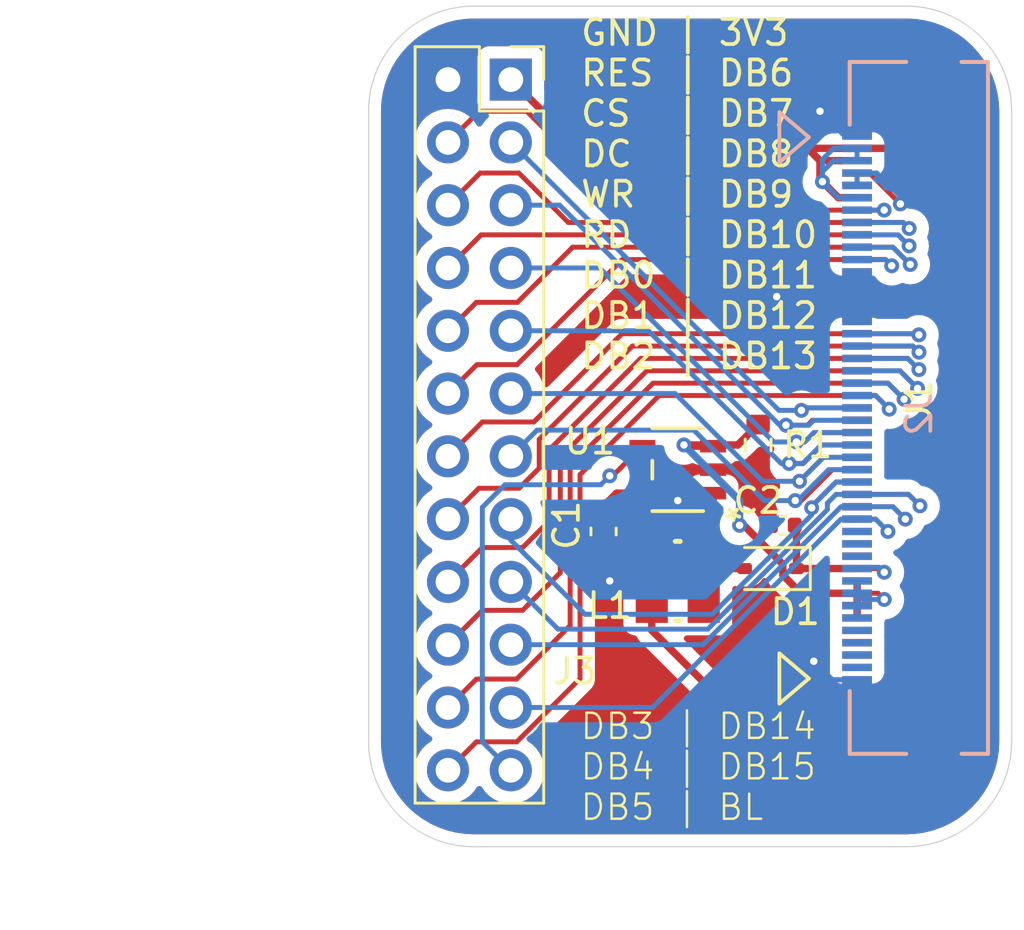
<source format=kicad_pcb>
(kicad_pcb (version 20241229) (generator "pcbnew") (generator_version "9.0")
  (layers (0 "F.Cu" signal) (2 "B.Cu" signal) (13 "F.Paste" user) (15 "B.Paste" user) (5 "F.SilkS" user "F.Silkscreen") (7 "B.SilkS" user "B.Silkscreen") (1 "F.Mask" user) (3 "B.Mask" user) (25 "Edge.Cuts" user))
  (net 0 "")
  (net 1 "GND")
  (net 2 "+3.3V")
  (net 3 "DISP_LEDA")
  (net 4 "DISP_LEDK")
  (net 5 "DISP_RES")
  (net 6 "DISP_DB3")
  (net 7 "DISP_DB10")
  (net 8 "DISP_WR")
  (net 9 "DISP_DB2")
  (net 10 "DISP_DB12")
  (net 11 "DISP_DB9")
  (net 12 "DISP_CS")
  (net 13 "DISP_DB4")
  (net 14 "DISP_DB5")
  (net 15 "DISP_DB6")
  (net 16 "DISP_DB11")
  (net 17 "DISP_DB14")
  (net 18 "DISP_DB8")
  (net 19 "DISP_DB1")
  (net 20 "DISP_DB15")
  (net 21 "DISP_DB7")
  (net 22 "DISP_DC")
  (net 23 "DISP_RD")
  (net 24 "DISP_DB0")
  (net 25 "DISP_DB13")
  (net 26 "DISP_BL")
  (net 27 "Net-(D1-A)")
  (footprint "WE-MAPI_3015:WE-MAPI_3015" (layer "F.Cu") (at 64.75 62.25)
    (property "Reference" "L1" (at -2.75 1 0) (layer "F.SilkS") (effects (font (size 1.016 1.016) (thickness 0.1524))))
    (property "Value" "4.7uH")
    (fp_line (start -0.1 -1.6) (end 0.1 -1.6) (stroke (width 0.2)) (layer "F.SilkS"))
    (fp_line (start -0.1 1.6) (end 0.1 1.6) (stroke (width 0.2)) (layer "F.SilkS"))
    (pad "1" smd rect (at -1.05 0) (size 1.3 3.4) (layers "F.Cu" "F.Mask" "F.Paste") (net 2 "+3.3V"))
    (pad "2" smd rect (at 1.05 0) (size 1.3 3.4) (layers "F.Cu" "F.Mask" "F.Paste") (net 27 "Net-(D1-A)"))
    (zone (net 0) (net_name "") (layer "F.Cu") (connect_pads (clearance 0)) (min_thickness 0.01)
      (keepout (tracks not_allowed) (vias not_allowed) (pads not_allowed) (copperpour not_allowed) (footprints allowed))
      (fill (thermal_gap 0.508) (thermal_bridge_width 0.508))
      (polygon (pts (xy 64.35 60.55) (xy 65.15 60.55) (xy 65.15 63.95) (xy 64.35 63.95)))
    )
  )
  (footprint "MCP1664T_E_OT:SOT-23-5_OT_MCH" (layer "F.Cu") (at 64.75 57.75 180)
    (property "Reference" "U1" (at 3.55 1.15 0) (layer "F.SilkS") (effects (font (size 1.016 1.016) (thickness 0.1524))))
    (property "Value" "MCP1664T-E/OT")
    (fp_line (start 1.0287 0.363261) (end 1.0287 -0.363261) (stroke (width 0.1524)) (layer "F.SilkS"))
    (fp_line (start 1.0287 -1.6764) (end -1.0287 -1.6764) (stroke (width 0.1524)) (layer "F.SilkS"))
    (fp_line (start -1.0287 1.6764) (end 1.0287 1.6764) (stroke (width 0.1524)) (layer "F.SilkS"))
    (fp_text user "*" (at -2.25 -1.5 180) (layer "F.SilkS"))
    (pad "1" smd rect (at -1.42875 -0.950001 180) (size 1.0541 0.508) (layers "F.Cu" "F.Mask" "F.Paste") (net 27 "Net-(D1-A)"))
    (pad "2" smd rect (at -1.42875 0 180) (size 1.0541 0.508) (layers "F.Cu" "F.Mask" "F.Paste") (net 1 "GND"))
    (pad "3" smd rect (at -1.42875 0.950001 180) (size 1.0541 0.508) (layers "F.Cu" "F.Mask" "F.Paste") (net 4 "DISP_LEDK"))
    (pad "4" smd rect (at 1.42875 0.950001 180) (size 1.0541 0.508) (layers "F.Cu" "F.Mask" "F.Paste") (net 26 "DISP_BL"))
    (pad "5" smd rect (at 1.42875 -0.950001 180) (size 1.0541 0.508) (layers "F.Cu" "F.Mask" "F.Paste") (net 2 "+3.3V"))
  )
  (footprint "541324562:CON_541324562_MOL" (layer "F.Cu") (at 74.49799 55.25002 90)
    (property "Reference" "J1" (at 0.25002 0.00201 90) (layer "F.SilkS") (effects (font (size 1.016 1.016) (thickness 0.1524))))
    (property "Value" "541324562")
    (fp_line (start -9.9314 -5.6388) (end -10.9474 -4.445) (stroke (width 0.1524)) (layer "F.SilkS"))
    (fp_line (start -11.9634 -5.6388) (end -9.9314 -5.6388) (stroke (width 0.1524)) (layer "F.SilkS"))
    (fp_line (start -11.9634 -5.6388) (end -10.9474 -4.445) (stroke (width 0.1524)) (layer "F.SilkS"))
    (fp_line (start 13.9954 -2.7956) (end 13.9954 -0.5096) (stroke (width 0.1524)) (layer "F.SilkS"))
    (fp_line (start 13.9954 -2.794) (end 11.4554 -2.794) (stroke (width 0.1524)) (layer "F.SilkS"))
    (fp_line (start -11.4554 -2.794) (end -13.9954 -2.794) (stroke (width 0.1524)) (layer "F.SilkS"))
    (fp_line (start -13.9954 -2.794) (end -13.9954 -0.508) (stroke (width 0.1524)) (layer "F.SilkS"))
    (fp_line (start 13.9954 1.7272) (end 13.9954 2.794) (stroke (width 0.1524)) (layer "F.SilkS"))
    (fp_line (start -13.9954 1.7272) (end -13.9954 2.794) (stroke (width 0.1524)) (layer "F.SilkS"))
    (fp_line (start -13.9954 2.794) (end 13.9954 2.794) (stroke (width 0.1524)) (layer "F.SilkS"))
    (pad "1" smd rect (at 11 -2.49799 90) (size 0.3 1.2) (layers "F.Cu" "F.Mask" "F.Paste") (net 1 "GND"))
    (pad "2" smd rect (at 10.5 -2.49799 90) (size 0.3 1.2) (layers "F.Cu" "F.Mask" "F.Paste") (net 2 "+3.3V"))
    (pad "3" smd rect (at 10 -2.49799 90) (size 0.3 1.2) (layers "F.Cu" "F.Mask" "F.Paste") (net 2 "+3.3V"))
    (pad "4" smd rect (at 9.50002 -2.49799 90) (size 0.3 1.2) (layers "F.Cu" "F.Mask" "F.Paste") (net 1 "GND"))
    (pad "5" smd rect (at 9.00002 -2.49799 90) (size 0.3 1.2) (layers "F.Cu" "F.Mask" "F.Paste") (net 1 "GND"))
    (pad "6" smd rect (at 8.50002 -2.49799 90) (size 0.3 1.2) (layers "F.Cu" "F.Mask" "F.Paste") (net 2 "+3.3V"))
    (pad "7" smd rect (at 8.00002 -2.49799 90) (size 0.3 1.2) (layers "F.Cu" "F.Mask" "F.Paste") (net 5 "DISP_RES"))
    (pad "8" smd rect (at 7.50002 -2.49799 90) (size 0.3 1.2) (layers "F.Cu" "F.Mask" "F.Paste") (net 12 "DISP_CS"))
    (pad "9" smd rect (at 7.00002 -2.49799 90) (size 0.3 1.2) (layers "F.Cu" "F.Mask" "F.Paste") (net 22 "DISP_DC"))
    (pad "10" smd rect (at 6.50002 -2.49799 90) (size 0.3 1.2) (layers "F.Cu" "F.Mask" "F.Paste") (net 8 "DISP_WR"))
    (pad "11" smd rect (at 6.00002 -2.49799 90) (size 0.3 1.2) (layers "F.Cu" "F.Mask" "F.Paste") (net 23 "DISP_RD"))
    (pad "12" smd rect (at 5.50002 -2.49799 90) (size 0.3 1.2) (layers "F.Cu" "F.Mask" "F.Paste") (net 1 "GND"))
    (pad "13" smd rect (at 5.00002 -2.49799 90) (size 0.3 1.2) (layers "F.Cu" "F.Mask" "F.Paste") (net 1 "GND"))
    (pad "14" smd rect (at 4.50002 -2.49799 90) (size 0.3 1.2) (layers "F.Cu" "F.Mask" "F.Paste") (net 1 "GND"))
    (pad "15" smd rect (at 4.00002 -2.49799 90) (size 0.3 1.2) (layers "F.Cu" "F.Mask" "F.Paste") (net 1 "GND"))
    (pad "16" smd rect (at 3.50002 -2.49799 90) (size 0.3 1.2) (layers "F.Cu" "F.Mask" "F.Paste") (net 1 "GND"))
    (pad "17" smd rect (at 3.00002 -2.49799 90) (size 0.3 1.2) (layers "F.Cu" "F.Mask" "F.Paste") (net 24 "DISP_DB0"))
    (pad "18" smd rect (at 2.50002 -2.49799 90) (size 0.3 1.2) (layers "F.Cu" "F.Mask" "F.Paste") (net 19 "DISP_DB1"))
    (pad "19" smd rect (at 2.00002 -2.49799 90) (size 0.3 1.2) (layers "F.Cu" "F.Mask" "F.Paste") (net 9 "DISP_DB2"))
    (pad "20" smd rect (at 1.50002 -2.49799 90) (size 0.3 1.2) (layers "F.Cu" "F.Mask" "F.Paste") (net 6 "DISP_DB3"))
    (pad "21" smd rect (at 1.00002 -2.49799 90) (size 0.3 1.2) (layers "F.Cu" "F.Mask" "F.Paste") (net 13 "DISP_DB4"))
    (pad "22" smd rect (at 0.500022 -2.49799 90) (size 0.3 1.2) (layers "F.Cu" "F.Mask" "F.Paste") (net 14 "DISP_DB5"))
    (pad "23" smd rect (at 0.000022 -2.49799 90) (size 0.3 1.2) (layers "F.Cu" "F.Mask" "F.Paste") (net 15 "DISP_DB6"))
    (pad "24" smd rect (at -0.499978 -2.49799 90) (size 0.3 1.2) (layers "F.Cu" "F.Mask" "F.Paste") (net 21 "DISP_DB7"))
    (pad "25" smd rect (at -0.999978 -2.49799 90) (size 0.3 1.2) (layers "F.Cu" "F.Mask" "F.Paste") (net 18 "DISP_DB8"))
    (pad "26" smd rect (at -1.49998 -2.49799 90) (size 0.3 1.2) (layers "F.Cu" "F.Mask" "F.Paste") (net 11 "DISP_DB9"))
    (pad "27" smd rect (at -1.99998 -2.49799 90) (size 0.3 1.2) (layers "F.Cu" "F.Mask" "F.Paste") (net 7 "DISP_DB10"))
    (pad "28" smd rect (at -2.49998 -2.49799 90) (size 0.3 1.2) (layers "F.Cu" "F.Mask" "F.Paste") (net 16 "DISP_DB11"))
    (pad "29" smd rect (at -2.99998 -2.49799 90) (size 0.3 1.2) (layers "F.Cu" "F.Mask" "F.Paste") (net 10 "DISP_DB12"))
    (pad "30" smd rect (at -3.49998 -2.49799 90) (size 0.3 1.2) (layers "F.Cu" "F.Mask" "F.Paste") (net 25 "DISP_DB13"))
    (pad "31" smd rect (at -3.99998 -2.49799 90) (size 0.3 1.2) (layers "F.Cu" "F.Mask" "F.Paste") (net 17 "DISP_DB14"))
    (pad "32" smd rect (at -4.49998 -2.49799 90) (size 0.3 1.2) (layers "F.Cu" "F.Mask" "F.Paste") (net 20 "DISP_DB15"))
    (pad "33" smd rect (at -4.99998 -2.49799 90) (size 0.3 1.2) (layers "F.Cu" "F.Mask" "F.Paste"))
    (pad "34" smd rect (at -5.49998 -2.49799 90) (size 0.3 1.2) (layers "F.Cu" "F.Mask" "F.Paste"))
    (pad "35" smd rect (at -5.99998 -2.49799 90) (size 0.3 1.2) (layers "F.Cu" "F.Mask" "F.Paste"))
    (pad "36" smd rect (at -6.49998 -2.49799 90) (size 0.3 1.2) (layers "F.Cu" "F.Mask" "F.Paste") (net 3 "DISP_LEDA"))
    (pad "37" smd rect (at -6.99998 -2.49799 90) (size 0.3 1.2) (layers "F.Cu" "F.Mask" "F.Paste") (net 4 "DISP_LEDK"))
    (pad "38" smd rect (at -7.49998 -2.49799 90) (size 0.3 1.2) (layers "F.Cu" "F.Mask" "F.Paste") (net 4 "DISP_LEDK"))
    (pad "39" smd rect (at -7.99998 -2.49799 90) (size 0.3 1.2) (layers "F.Cu" "F.Mask" "F.Paste") (net 4 "DISP_LEDK"))
    (pad "40" smd rect (at -8.49998 -2.49799 90) (size 0.3 1.2) (layers "F.Cu" "F.Mask" "F.Paste") (net 4 "DISP_LEDK"))
    (pad "41" smd rect (at -8.99998 -2.49799 90) (size 0.3 1.2) (layers "F.Cu" "F.Mask" "F.Paste"))
    (pad "42" smd rect (at -9.49998 -2.49799 90) (size 0.3 1.2) (layers "F.Cu" "F.Mask" "F.Paste"))
    (pad "43" smd rect (at -9.99998 -2.49799 90) (size 0.3 1.2) (layers "F.Cu" "F.Mask" "F.Paste"))
    (pad "44" smd rect (at -10.5 -2.49799 90) (size 0.3 1.2) (layers "F.Cu" "F.Mask" "F.Paste"))
    (pad "45" smd rect (at -11 -2.49799 90) (size 0.3 1.2) (layers "F.Cu" "F.Mask" "F.Paste") (net 1 "GND"))
    (pad "P1" smd custom (at -12.7 0.2016 90) (size 1.6 2.4) (layers "F.Cu" "F.Mask" "F.Paste") (net 1 "GND") (options (clearance outline) (anchor rect)) (primitives (gr_poly (pts (xy -1.6 1.2) (xy -1.6 -0.4) (xy -0.8 -0.4) (xy -0.8 1.2)) (width 0.0254) (fill yes))))
    (pad "P2" smd custom (at 12.7 0.2 90) (size 1.6 2.4) (layers "F.Cu" "F.Mask" "F.Paste") (net 1 "GND") (options (clearance outline) (anchor rect)) (primitives (gr_poly (pts (xy 1.6 1.2) (xy 1.6 -0.4) (xy 0.8 -0.4) (xy 0.8 1.2)) (width 0.0254) (fill yes))))
  )
  (footprint "Capacitor_SMD:C_0402_1005Metric" (layer "F.Cu") (at 69 60 180)
    (property "Reference" "C2" (at 1 1 0) (layer "F.SilkS") (effects (font (size 1.016 1.016) (thickness 0.1524))))
    (property "Value" "4.7uF")
    (fp_line (start -0.107836 0.36) (end 0.107836 0.36) (stroke (width 0.12)) (layer "F.SilkS"))
    (fp_line (start -0.107836 -0.36) (end 0.107836 -0.36) (stroke (width 0.12)) (layer "F.SilkS"))
    (pad "1" smd roundrect (at -0.48 0 180) (size 0.56 0.62) (layers "F.Cu" "F.Mask" "F.Paste") (net 3 "DISP_LEDA"))
    (pad "2" smd roundrect (at 0.48 0 180) (size 0.56 0.62) (layers "F.Cu" "F.Mask" "F.Paste") (net 1 "GND"))
  )
  (footprint "Diode_SMD:D_SOD-323" (layer "F.Cu") (at 68.5 61.75 180)
    (property "Reference" "D1" (at -1 -1.75 0) (layer "F.SilkS") (effects (font (size 1.016 1.016) (thickness 0.1524))))
    (property "Value" "PMEG2010EA")
    (fp_line (start -1.61 0.85) (end 1.05 0.85) (stroke (width 0.12)) (layer "F.SilkS"))
    (fp_line (start -1.61 -0.85) (end 1.05 -0.85) (stroke (width 0.12)) (layer "F.SilkS"))
    (fp_line (start -1.61 -0.85) (end -1.61 0.85) (stroke (width 0.12)) (layer "F.SilkS"))
    (pad "1" smd roundrect (at -1.05 0 180) (size 0.6 0.45) (layers "F.Cu" "F.Mask" "F.Paste") (net 3 "DISP_LEDA"))
    (pad "2" smd roundrect (at 1.05 0 180) (size 0.6 0.45) (layers "F.Cu" "F.Mask" "F.Paste") (net 27 "Net-(D1-A)"))
  )
  (footprint "Resistor_SMD:R_0603_1608Metric" (layer "F.Cu") (at 68 56.75 90)
    (property "Reference" "R1" (at 0 2 180) (layer "F.SilkS") (effects (font (size 1.016 1.016) (thickness 0.1524))))
    (property "Value" "3.83R")
    (fp_line (start -0.237258 -0.5225) (end 0.237258 -0.5225) (stroke (width 0.12)) (layer "F.SilkS"))
    (fp_line (start -0.237258 0.5225) (end 0.237258 0.5225) (stroke (width 0.12)) (layer "F.SilkS"))
    (pad "1" smd roundrect (at -0.825 0 90) (size 0.8 0.95) (layers "F.Cu" "F.Mask" "F.Paste") (net 1 "GND"))
    (pad "2" smd roundrect (at 0.825 0 90) (size 0.8 0.95) (layers "F.Cu" "F.Mask" "F.Paste") (net 4 "DISP_LEDK"))
  )
  (footprint "Capacitor_SMD:C_0603_1608Metric" (layer "F.Cu") (at 61.75 60.25 -90)
    (property "Reference" "C1" (at -0.25 1.5 90) (layer "F.SilkS") (effects (font (size 1.016 1.016) (thickness 0.1524))))
    (property "Value" "10uF")
    (fp_line (start -0.14058 0.51) (end 0.14058 0.51) (stroke (width 0.12)) (layer "F.SilkS"))
    (fp_line (start -0.14058 -0.51) (end 0.14058 -0.51) (stroke (width 0.12)) (layer "F.SilkS"))
    (pad "1" smd roundrect (at -0.775 0 270) (size 0.9 0.95) (layers "F.Cu" "F.Mask" "F.Paste") (net 2 "+3.3V"))
    (pad "2" smd roundrect (at 0.775 0 270) (size 0.9 0.95) (layers "F.Cu" "F.Mask" "F.Paste") (net 1 "GND"))
  )
  (footprint "Connector_PinSocket_2.54mm:PinSocket_2x12_P2.54mm_Vertical" (layer "F.Cu") (at 58 41.97)
    (property "Reference" "J3" (at 2.6 23.93 0) (layer "F.SilkS") (effects (font (size 1.016 1.016) (thickness 0.1524))))
    (property "Value" "Conn_02x12_Odd_Even")
    (fp_line (start -3.87 -1.33) (end -3.87 29.27) (stroke (width 0.12)) (layer "F.SilkS"))
    (fp_line (start -3.87 -1.33) (end -1.27 -1.33) (stroke (width 0.12)) (layer "F.SilkS"))
    (fp_line (start -3.87 29.27) (end 1.33 29.27) (stroke (width 0.12)) (layer "F.SilkS"))
    (fp_line (start -1.27 -1.33) (end -1.27 1.27) (stroke (width 0.12)) (layer "F.SilkS"))
    (fp_line (start -1.27 1.27) (end 1.33 1.27) (stroke (width 0.12)) (layer "F.SilkS"))
    (fp_line (start 0 -1.33) (end 1.33 -1.33) (stroke (width 0.12)) (layer "F.SilkS"))
    (fp_line (start 1.33 -1.33) (end 1.33 0) (stroke (width 0.12)) (layer "F.SilkS"))
    (fp_line (start 1.33 1.27) (end 1.33 29.27) (stroke (width 0.12)) (layer "F.SilkS"))
    (pad "1" thru_hole rect (at 0 0) (size 1.7 1.7) (drill 1) (layers "*.Cu" "*.Mask") (net 2 "+3.3V"))
    (pad "2" thru_hole oval (at -2.54 0) (size 1.7 1.7) (drill 1) (layers "*.Cu" "*.Mask") (net 1 "GND"))
    (pad "3" thru_hole oval (at 0 2.54) (size 1.7 1.7) (drill 1) (layers "*.Cu" "*.Mask") (net 15 "DISP_DB6"))
    (pad "4" thru_hole oval (at -2.54 2.54) (size 1.7 1.7) (drill 1) (layers "*.Cu" "*.Mask") (net 5 "DISP_RES"))
    (pad "5" thru_hole oval (at 0 5.08) (size 1.7 1.7) (drill 1) (layers "*.Cu" "*.Mask") (net 21 "DISP_DB7"))
    (pad "6" thru_hole oval (at -2.54 5.08) (size 1.7 1.7) (drill 1) (layers "*.Cu" "*.Mask") (net 12 "DISP_CS"))
    (pad "7" thru_hole oval (at 0 7.62) (size 1.7 1.7) (drill 1) (layers "*.Cu" "*.Mask") (net 18 "DISP_DB8"))
    (pad "8" thru_hole oval (at -2.54 7.62) (size 1.7 1.7) (drill 1) (layers "*.Cu" "*.Mask") (net 22 "DISP_DC"))
    (pad "9" thru_hole oval (at 0 10.16) (size 1.7 1.7) (drill 1) (layers "*.Cu" "*.Mask") (net 11 "DISP_DB9"))
    (pad "10" thru_hole oval (at -2.54 10.16) (size 1.7 1.7) (drill 1) (layers "*.Cu" "*.Mask") (net 8 "DISP_WR"))
    (pad "11" thru_hole oval (at 0 12.7) (size 1.7 1.7) (drill 1) (layers "*.Cu" "*.Mask") (net 7 "DISP_DB10"))
    (pad "12" thru_hole oval (at -2.54 12.7) (size 1.7 1.7) (drill 1) (layers "*.Cu" "*.Mask") (net 23 "DISP_RD"))
    (pad "13" thru_hole oval (at 0 15.24) (size 1.7 1.7) (drill 1) (layers "*.Cu" "*.Mask") (net 16 "DISP_DB11"))
    (pad "14" thru_hole oval (at -2.54 15.24) (size 1.7 1.7) (drill 1) (layers "*.Cu" "*.Mask") (net 24 "DISP_DB0"))
    (pad "15" thru_hole oval (at 0 17.78) (size 1.7 1.7) (drill 1) (layers "*.Cu" "*.Mask") (net 10 "DISP_DB12"))
    (pad "16" thru_hole oval (at -2.54 17.78) (size 1.7 1.7) (drill 1) (layers "*.Cu" "*.Mask") (net 19 "DISP_DB1"))
    (pad "17" thru_hole oval (at 0 20.32) (size 1.7 1.7) (drill 1) (layers "*.Cu" "*.Mask") (net 25 "DISP_DB13"))
    (pad "18" thru_hole oval (at -2.54 20.32) (size 1.7 1.7) (drill 1) (layers "*.Cu" "*.Mask") (net 9 "DISP_DB2"))
    (pad "19" thru_hole oval (at 0 22.86) (size 1.7 1.7) (drill 1) (layers "*.Cu" "*.Mask") (net 17 "DISP_DB14"))
    (pad "20" thru_hole oval (at -2.54 22.86) (size 1.7 1.7) (drill 1) (layers "*.Cu" "*.Mask") (net 6 "DISP_DB3"))
    (pad "21" thru_hole oval (at 0 25.4) (size 1.7 1.7) (drill 1) (layers "*.Cu" "*.Mask") (net 20 "DISP_DB15"))
    (pad "22" thru_hole oval (at -2.54 25.4) (size 1.7 1.7) (drill 1) (layers "*.Cu" "*.Mask") (net 13 "DISP_DB4"))
    (pad "23" thru_hole oval (at 0 27.94) (size 1.7 1.7) (drill 1) (layers "*.Cu" "*.Mask") (net 26 "DISP_BL"))
    (pad "24" thru_hole oval (at -2.54 27.94) (size 1.7 1.7) (drill 1) (layers "*.Cu" "*.Mask") (net 14 "DISP_DB5"))
  )
  (footprint "541324562:CON_541324562_MOL" (layer "B.Cu") (at 74.49799 55.25 -90)
    (property "Reference" "J2" (at 0.25002 -0.00201 90) (layer "B.SilkS") (effects (font (size 1.016 1.016) (thickness 0.1524)) (justify mirror)))
    (property "Value" "541324562" (hide yes))
    (fp_line (start -9.9314 5.6388) (end -11.9634 5.6388) (stroke (width 0.1524)) (layer "B.SilkS"))
    (fp_line (start -10.9474 4.445) (end -11.9634 5.6388) (stroke (width 0.1524)) (layer "B.SilkS"))
    (fp_line (start -10.9474 4.445) (end -9.9314 5.6388) (stroke (width 0.1524)) (layer "B.SilkS"))
    (fp_line (start -13.9954 2.794) (end -11.4554 2.794) (stroke (width 0.1524)) (layer "B.SilkS"))
    (fp_line (start 11.4554 2.794) (end 13.9954 2.794) (stroke (width 0.1524)) (layer "B.SilkS"))
    (fp_line (start 13.9954 0.5096) (end 13.9954 2.7956) (stroke (width 0.1524)) (layer "B.SilkS"))
    (fp_line (start -13.9954 0.508) (end -13.9954 2.794) (stroke (width 0.1524)) (layer "B.SilkS"))
    (fp_line (start -13.9954 -2.794) (end -13.9954 -1.7272) (stroke (width 0.1524)) (layer "B.SilkS"))
    (fp_line (start 13.9954 -2.794) (end 13.9954 -1.7272) (stroke (width 0.1524)) (layer "B.SilkS"))
    (fp_line (start 13.9954 -2.794) (end -13.9954 -2.794) (stroke (width 0.1524)) (layer "B.SilkS"))
    (pad "1" smd rect (at 11 2.49799 270) (size 0.3 1.2) (layers "B.Cu" "B.Mask" "B.Paste") (net 1 "GND"))
    (pad "2" smd rect (at 10.5 2.49799 270) (size 0.3 1.2) (layers "B.Cu" "B.Mask" "B.Paste"))
    (pad "3" smd rect (at 10 2.49799 270) (size 0.3 1.2) (layers "B.Cu" "B.Mask" "B.Paste"))
    (pad "4" smd rect (at 9.50002 2.49799 270) (size 0.3 1.2) (layers "B.Cu" "B.Mask" "B.Paste"))
    (pad "5" smd rect (at 9.00002 2.49799 270) (size 0.3 1.2) (layers "B.Cu" "B.Mask" "B.Paste"))
    (pad "6" smd rect (at 8.50002 2.49799 270) (size 0.3 1.2) (layers "B.Cu" "B.Mask" "B.Paste") (net 4 "DISP_LEDK"))
    (pad "7" smd rect (at 8.00002 2.49799 270) (size 0.3 1.2) (layers "B.Cu" "B.Mask" "B.Paste") (net 4 "DISP_LEDK"))
    (pad "8" smd rect (at 7.50002 2.49799 270) (size 0.3 1.2) (layers "B.Cu" "B.Mask" "B.Paste") (net 4 "DISP_LEDK"))
    (pad "9" smd rect (at 7.00002 2.49799 270) (size 0.3 1.2) (layers "B.Cu" "B.Mask" "B.Paste") (net 4 "DISP_LEDK"))
    (pad "10" smd rect (at 6.50002 2.49799 270) (size 0.3 1.2) (layers "B.Cu" "B.Mask" "B.Paste") (net 3 "DISP_LEDA"))
    (pad "11" smd rect (at 6.00002 2.49799 270) (size 0.3 1.2) (layers "B.Cu" "B.Mask" "B.Paste"))
    (pad "12" smd rect (at 5.50002 2.49799 270) (size 0.3 1.2) (layers "B.Cu" "B.Mask" "B.Paste"))
    (pad "13" smd rect (at 5.00002 2.49799 270) (size 0.3 1.2) (layers "B.Cu" "B.Mask" "B.Paste"))
    (pad "14" smd rect (at 4.50002 2.49799 270) (size 0.3 1.2) (layers "B.Cu" "B.Mask" "B.Paste") (net 20 "DISP_DB15"))
    (pad "15" smd rect (at 4.00002 2.49799 270) (size 0.3 1.2) (layers "B.Cu" "B.Mask" "B.Paste") (net 17 "DISP_DB14"))
    (pad "16" smd rect (at 3.50002 2.49799 270) (size 0.3 1.2) (layers "B.Cu" "B.Mask" "B.Paste") (net 25 "DISP_DB13"))
    (pad "17" smd rect (at 3.00002 2.49799 270) (size 0.3 1.2) (layers "B.Cu" "B.Mask" "B.Paste") (net 10 "DISP_DB12"))
    (pad "18" smd rect (at 2.50002 2.49799 270) (size 0.3 1.2) (layers "B.Cu" "B.Mask" "B.Paste") (net 16 "DISP_DB11"))
    (pad "19" smd rect (at 2.00002 2.49799 270) (size 0.3 1.2) (layers "B.Cu" "B.Mask" "B.Paste") (net 7 "DISP_DB10"))
    (pad "20" smd rect (at 1.50002 2.49799 270) (size 0.3 1.2) (layers "B.Cu" "B.Mask" "B.Paste") (net 11 "DISP_DB9"))
    (pad "21" smd rect (at 1.00002 2.49799 270) (size 0.3 1.2) (layers "B.Cu" "B.Mask" "B.Paste") (net 18 "DISP_DB8"))
    (pad "22" smd rect (at 0.500022 2.49799 270) (size 0.3 1.2) (layers "B.Cu" "B.Mask" "B.Paste") (net 21 "DISP_DB7"))
    (pad "23" smd rect (at 0.000022 2.49799 270) (size 0.3 1.2) (layers "B.Cu" "B.Mask" "B.Paste") (net 15 "DISP_DB6"))
    (pad "24" smd rect (at -0.499978 2.49799 270) (size 0.3 1.2) (layers "B.Cu" "B.Mask" "B.Paste") (net 14 "DISP_DB5"))
    (pad "25" smd rect (at -0.999978 2.49799 270) (size 0.3 1.2) (layers "B.Cu" "B.Mask" "B.Paste") (net 13 "DISP_DB4"))
    (pad "26" smd rect (at -1.49998 2.49799 270) (size 0.3 1.2) (layers "B.Cu" "B.Mask" "B.Paste") (net 6 "DISP_DB3"))
    (pad "27" smd rect (at -1.99998 2.49799 270) (size 0.3 1.2) (layers "B.Cu" "B.Mask" "B.Paste") (net 9 "DISP_DB2"))
    (pad "28" smd rect (at -2.49998 2.49799 270) (size 0.3 1.2) (layers "B.Cu" "B.Mask" "B.Paste") (net 19 "DISP_DB1"))
    (pad "29" smd rect (at -2.99998 2.49799 270) (size 0.3 1.2) (layers "B.Cu" "B.Mask" "B.Paste") (net 24 "DISP_DB0"))
    (pad "30" smd rect (at -3.49998 2.49799 270) (size 0.3 1.2) (layers "B.Cu" "B.Mask" "B.Paste") (net 1 "GND"))
    (pad "31" smd rect (at -3.99998 2.49799 270) (size 0.3 1.2) (layers "B.Cu" "B.Mask" "B.Paste") (net 1 "GND"))
    (pad "32" smd rect (at -4.49998 2.49799 270) (size 0.3 1.2) (layers "B.Cu" "B.Mask" "B.Paste") (net 1 "GND"))
    (pad "33" smd rect (at -4.99998 2.49799 270) (size 0.3 1.2) (layers "B.Cu" "B.Mask" "B.Paste") (net 1 "GND"))
    (pad "34" smd rect (at -5.49998 2.49799 270) (size 0.3 1.2) (layers "B.Cu" "B.Mask" "B.Paste") (net 1 "GND"))
    (pad "35" smd rect (at -5.99998 2.49799 270) (size 0.3 1.2) (layers "B.Cu" "B.Mask" "B.Paste") (net 23 "DISP_RD"))
    (pad "36" smd rect (at -6.49998 2.49799 270) (size 0.3 1.2) (layers "B.Cu" "B.Mask" "B.Paste") (net 8 "DISP_WR"))
    (pad "37" smd rect (at -6.99998 2.49799 270) (size 0.3 1.2) (layers "B.Cu" "B.Mask" "B.Paste") (net 22 "DISP_DC"))
    (pad "38" smd rect (at -7.49998 2.49799 270) (size 0.3 1.2) (layers "B.Cu" "B.Mask" "B.Paste") (net 12 "DISP_CS"))
    (pad "39" smd rect (at -7.99998 2.49799 270) (size 0.3 1.2) (layers "B.Cu" "B.Mask" "B.Paste") (net 5 "DISP_RES"))
    (pad "40" smd rect (at -8.49998 2.49799 270) (size 0.3 1.2) (layers "B.Cu" "B.Mask" "B.Paste") (net 2 "+3.3V"))
    (pad "41" smd rect (at -8.99998 2.49799 270) (size 0.3 1.2) (layers "B.Cu" "B.Mask" "B.Paste") (net 1 "GND"))
    (pad "42" smd rect (at -9.49998 2.49799 270) (size 0.3 1.2) (layers "B.Cu" "B.Mask" "B.Paste") (net 1 "GND"))
    (pad "43" smd rect (at -9.99998 2.49799 270) (size 0.3 1.2) (layers "B.Cu" "B.Mask" "B.Paste") (net 2 "+3.3V"))
    (pad "44" smd rect (at -10.5 2.49799 270) (size 0.3 1.2) (layers "B.Cu" "B.Mask" "B.Paste") (net 2 "+3.3V"))
    (pad "45" smd rect (at -11 2.49799 270) (size 0.3 1.2) (layers "B.Cu" "B.Mask" "B.Paste") (net 1 "GND"))
    (pad "P1" smd custom (at -12.7 -0.2016 270) (size 1.6 2.4) (layers "B.Cu" "B.Mask" "B.Paste") (net 1 "GND") (options (clearance outline) (anchor rect)) (primitives (gr_poly (pts (xy -1.6 -1.2) (xy -1.6 0.4) (xy -0.8 0.4) (xy -0.8 -1.2)) (width 0.0254) (fill yes))))
    (pad "P2" smd custom (at 12.7 -0.2 270) (size 1.6 2.4) (layers "B.Cu" "B.Mask" "B.Paste") (net 1 "GND") (options (clearance outline) (anchor rect)) (primitives (gr_poly (pts (xy 1.6 -1.2) (xy 1.6 0.4) (xy 0.8 0.4) (xy 0.8 -1.2)) (width 0.0254) (fill yes))))
  )
  (gr_arc (start 56.5 73) (mid 53.494796 71.755204) (end 52.25 68.75) (stroke (width 0.05)) (layer "Edge.Cuts"))
  (gr_arc (start 52.25 43.25) (mid 53.494796 40.244796) (end 56.5 39) (stroke (width 0.05)) (layer "Edge.Cuts"))
  (gr_arc (start 78.25 68.75) (mid 77.005204 71.755204) (end 74 73) (stroke (width 0.05)) (layer "Edge.Cuts"))
  (gr_line (start 78.25 68.75) (end 78.25 43.25) (stroke (width 0.05)) (layer "Edge.Cuts"))
  (gr_line (start 56.5 73) (end 74 73) (stroke (width 0.05)) (layer "Edge.Cuts"))
  (gr_line (start 52.25 43.25) (end 52.25 68.75) (stroke (width 0.05)) (layer "Edge.Cuts"))
  (gr_arc (start 74 39) (mid 77.005204 40.244796) (end 78.25 43.25) (stroke (width 0.05)) (layer "Edge.Cuts"))
  (gr_line (start 74 39) (end 56.5 39) (stroke (width 0.05)) (layer "Edge.Cuts"))
  (gr_text "GND	| 3V3\nRES	| DB6\nCS	| DB7\nDC	| DB8\nWR	| DB9\nRD	| DB10\nDB0	| DB11\nDB1	| DB12\nDB2	| DB13" (at 60.75 53.75 0) (layer "F.SilkS") (effects (font (size 1.016 1.016) (thickness 0.1524)) (justify left bottom)))
  (gr_text "DB3	| DB14\nDB4	| DB15\nDB5	| BL" (at 60.75 72 0) (layer "F.SilkS") (effects (font (size 1.016 1.016) (thickness 0.1)) (justify left bottom)))
  (segment (start 72 44.25) (end 71.5 44.25) (width 0.2) (layer "F.Cu") (net 1))
  (segment (start 72.49998 45.74998) (end 73.75 47) (width 0.2) (layer "F.Cu") (net 1))
  (segment (start 72 45.74998) (end 72.49998 45.74998) (width 0.2) (layer "F.Cu") (net 1))
  (segment (start 72 66.25) (end 71 66.25) (width 0.2) (layer "F.Cu") (net 1))
  (segment (start 72 51.74998) (end 72 49.74998) (width 0.2) (layer "F.Cu") (net 1))
  (segment (start 72 45.74998) (end 72 46.24998) (width 0.2) (layer "F.Cu") (net 1))
  (segment (start 71 66.25) (end 70.25 65.5) (width 0.2) (layer "F.Cu") (net 1))
  (segment (start 71.5 44.25) (end 70.5 43.25) (width 0.2) (layer "F.Cu") (net 1))
  (via (at 70.5 43.25) (size 0.6) (drill 0.3) (layers "F.Cu" "B.Cu") (net 1))
  (via (at 64.75 59) (size 0.6) (drill 0.3) (layers "F.Cu" "B.Cu") (net 1))
  (via (at 68.75 50.75) (size 0.6) (drill 0.3) (layers "F.Cu" "B.Cu") (net 1))
  (via (at 73.75 47) (size 0.6) (drill 0.3) (layers "F.Cu" "B.Cu") (net 1))
  (via (at 70.25 65.5) (size 0.6) (drill 0.3) (layers "F.Cu" "B.Cu") (net 1))
  (via (at 62 62.25) (size 0.6) (drill 0.3) (layers "F.Cu" "B.Cu") (net 1))
  (segment (start 72 44.25) (end 71.5 44.25) (width 0.2) (layer "B.Cu") (net 1))
  (segment (start 72 46.25002) (end 72 45.75002) (width 0.2) (layer "B.Cu") (net 1))
  (segment (start 73.75 46.70002) (end 73.75 47) (width 0.2) (layer "B.Cu") (net 1))
  (segment (start 71.5 44.25) (end 70.5 43.25) (width 0.2) (layer "B.Cu") (net 1))
  (segment (start 72 51.25002) (end 72 49.75002) (width 0.2) (layer "B.Cu") (net 1))
  (segment (start 71 66.25) (end 70.25 65.5) (width 0.2) (layer "B.Cu") (net 1))
  (segment (start 72 66.25) (end 71 66.25) (width 0.2) (layer "B.Cu") (net 1))
  (segment (start 72 45.75002) (end 72.8 45.75002) (width 0.2) (layer "B.Cu") (net 1))
  (segment (start 72.8 45.75002) (end 73.75 46.70002) (width 0.2) (layer "B.Cu") (net 1))
  (segment (start 72 51.75002) (end 72 51.25002) (width 0.2) (layer "B.Cu") (net 1))
  (segment (start 71.25 46.74998) (end 70.60001 46.09999) (width 0.3) (layer "F.Cu") (net 2))
  (segment (start 76 63.5) (end 76 47) (width 0.3) (layer "F.Cu") (net 2))
  (segment (start 66.2 66.75) (end 72.75 66.75) (width 0.3) (layer "F.Cu") (net 2))
  (segment (start 70.49998 45.24998) (end 72.00201 45.24998) (width 0.3) (layer "F.Cu") (net 2))
  (segment (start 72.75 66.75) (end 76 63.5) (width 0.3) (layer "F.Cu") (net 2))
  (segment (start 73.74998 44.75002) (end 72 44.75002) (width 0.3) (layer "F.Cu") (net 2))
  (segment (start 69.75 44.75) (end 70 44.75) (width 0.3) (layer "F.Cu") (net 2))
  (segment (start 76 47) (end 73.75 44.75) (width 0.3) (layer "F.Cu") (net 2))
  (segment (start 63.32125 58.700001) (end 63.32125 61.87125) (width 0.3) (layer "F.Cu") (net 2))
  (segment (start 63.32125 58.700001) (end 62.274999 58.700001) (width 0.3) (layer "F.Cu") (net 2))
  (segment (start 72.00201 44.75) (end 69.75 44.75) (width 0.3) (layer "F.Cu") (net 2))
  (segment (start 70 44.75) (end 70.49998 45.24998) (width 0.3) (layer "F.Cu") (net 2))
  (segment (start 63.7 64.25) (end 66.2 66.75) (width 0.3) (layer "F.Cu") (net 2))
  (segment (start 62.274999 58.700001) (end 61.5 59.475) (width 0.3) (layer "F.Cu") (net 2))
  (segment (start 60.78 44.75) (end 58 41.97) (width 0.3) (layer "F.Cu") (net 2))
  (segment (start 63.32125 61.87125) (end 63.7 62.25) (width 0.3) (layer "F.Cu") (net 2))
  (segment (start 73.75 44.75) (end 73.74998 44.75002) (width 0.3) (layer "F.Cu") (net 2))
  (segment (start 69.75 44.75) (end 60.78 44.75) (width 0.3) (layer "F.Cu") (net 2))
  (segment (start 63.7 62.25) (end 63.7 64.25) (width 0.3) (layer "F.Cu") (net 2))
  (segment (start 70.60001 46.09999) (end 70.49998 45.99996) (width 0.3) (layer "F.Cu") (net 2))
  (segment (start 70.49998 45.99996) (end 70.49998 45.24998) (width 0.3) (layer "F.Cu") (net 2))
  (segment (start 72.00201 46.74998) (end 71.25 46.74998) (width 0.3) (layer "F.Cu") (net 2))
  (via (at 70.60001 46.09999) (size 0.6) (drill 0.3) (layers "F.Cu" "B.Cu") (net 2))
  (segment (start 70.60001 46.09999) (end 70.60001 45.19999) (width 0.2) (layer "B.Cu") (net 2))
  (segment (start 71.25004 46.75002) (end 70.60001 46.09999) (width 0.2) (layer "B.Cu") (net 2))
  (segment (start 71.04998 45.25002) (end 72 45.25002) (width 0.2) (layer "B.Cu") (net 2))
  (segment (start 71.05 44.75) (end 72 44.75) (width 0.2) (layer "B.Cu") (net 2))
  (segment (start 72 46.75002) (end 71.25004 46.75002) (width 0.2) (layer "B.Cu") (net 2))
  (segment (start 70.60001 45.69999) (end 71.04998 45.25002) (width 0.2) (layer "B.Cu") (net 2))
  (segment (start 72 45.25002) (end 72 44.75) (width 0.2) (layer "B.Cu") (net 2))
  (segment (start 70.60001 45.19999) (end 71.05 44.75) (width 0.2) (layer "B.Cu") (net 2))
  (segment (start 70.60001 46.09999) (end 70.60001 45.69999) (width 0.2) (layer "B.Cu") (net 2))
  (segment (start 72 61.75) (end 72.95 61.75) (width 0.2) (layer "F.Cu") (net 3))
  (segment (start 69.55 61.75) (end 72.00199 61.75) (width 0.3) (layer "F.Cu") (net 3))
  (segment (start 72.95 61.75) (end 73.1 61.9) (width 0.2) (layer "F.Cu") (net 3))
  (segment (start 69.55 61.75) (end 69.55 60.07) (width 0.3) (layer "F.Cu") (net 3))
  (segment (start 69.55 60.07) (end 69.48 60) (width 0.3) (layer "F.Cu") (net 3))
  (via (at 73.1 61.9) (size 0.6) (drill 0.3) (layers "F.Cu" "B.Cu") (net 3))
  (segment (start 72.05002 61.7) (end 72 61.75002) (width 0.2) (layer "B.Cu") (net 3))
  (segment (start 73.1 61.9) (end 72.9 61.7) (width 0.2) (layer "B.Cu") (net 3))
  (segment (start 72.9 61.7) (end 72.05002 61.7) (width 0.2) (layer "B.Cu") (net 3))
  (segment (start 67.25 60) (end 67.421404 60) (width 0.3) (layer "F.Cu") (net 4))
  (segment (start 65 56.75) (end 65.049999 56.799999) (width 0.3) (layer "F.Cu") (net 4))
  (segment (start 67.421404 60) (end 69 61.578596) (width 0.3) (layer "F.Cu") (net 4))
  (segment (start 72.85 62.75) (end 73.1 63) (width 0.2) (layer "F.Cu") (net 4))
  (segment (start 67.175 56.75) (end 68 55.925) (width 0.3) (layer "F.Cu") (net 4))
  (segment (start 65.049999 56.799999) (end 66.17875 56.799999) (width 0.3) (layer "F.Cu") (net 4))
  (segment (start 69.73421 62.74998) (end 72.00201 62.74998) (width 0.3) (layer "F.Cu") (net 4))
  (segment (start 69 61.578596) (end 69 62.01577) (width 0.3) (layer "F.Cu") (net 4))
  (segment (start 72.00201 63.74998) (end 72.00201 62.25) (width 0.3) (layer "F.Cu") (net 4))
  (segment (start 65 56.75) (end 67.175 56.75) (width 0.3) (layer "F.Cu") (net 4))
  (segment (start 69 62.01577) (end 69.73421 62.74998) (width 0.3) (layer "F.Cu") (net 4))
  (segment (start 72 62.75) (end 72.85 62.75) (width 0.2) (layer "F.Cu") (net 4))
  (via (at 73.1 63) (size 0.6) (drill 0.3) (layers "F.Cu" "B.Cu") (net 4))
  (via (at 67.25 60) (size 0.6) (drill 0.3) (layers "F.Cu" "B.Cu") (net 4))
  (via (at 65 56.75) (size 0.6) (drill 0.3) (layers "F.Cu" "B.Cu") (net 4))
  (segment (start 67.25 59) (end 65 56.75) (width 0.3) (layer "B.Cu") (net 4))
  (segment (start 72.24998 63) (end 72 62.75002) (width 0.2) (layer "B.Cu") (net 4))
  (segment (start 73.1 63) (end 72.24998 63) (width 0.2) (layer "B.Cu") (net 4))
  (segment (start 67.25 60) (end 67.25 59) (width 0.3) (layer "B.Cu") (net 4))
  (segment (start 72 63.75002) (end 72 62.25002) (width 0.2) (layer "B.Cu") (net 4))
  (segment (start 56.72 43.25) (end 55.46 44.51) (width 0.2) (layer "F.Cu") (net 5))
  (segment (start 72 47.25) (end 73.096164 47.25) (width 0.2) (layer "F.Cu") (net 5))
  (segment (start 72.00201 47.24998) (end 62.643584 47.24998) (width 0.2) (layer "F.Cu") (net 5))
  (segment (start 58.643604 43.25) (end 56.72 43.25) (width 0.2) (layer "F.Cu") (net 5))
  (segment (start 62.643584 47.24998) (end 58.643604 43.25) (width 0.2) (layer "F.Cu") (net 5))
  (via (at 73.096164 47.25) (size 0.6) (drill 0.3) (layers "F.Cu" "B.Cu") (net 5))
  (segment (start 72.00002 47.25) (end 72 47.25002) (width 0.2) (layer "B.Cu") (net 5))
  (segment (start 73.096164 47.25) (end 72.00002 47.25) (width 0.2) (layer "B.Cu") (net 5))
  (segment (start 55.46 64.83) (end 56.85 63.44) (width 0.2) (layer "F.Cu") (net 6))
  (segment (start 56.85 63.44) (end 58.476346 63.44) (width 0.2) (layer "F.Cu") (net 6))
  (segment (start 72 53.75) (end 73.733898 53.75) (width 0.2) (layer "F.Cu") (net 6))
  (segment (start 58.476346 63.44) (end 60 61.916346) (width 0.2) (layer "F.Cu") (net 6))
  (segment (start 60 61.916346) (end 60 57.25) (width 0.2) (layer "F.Cu") (net 6))
  (segment (start 73.733898 53.75) (end 74.44661 54.462712) (width 0.2) (layer "F.Cu") (net 6))
  (segment (start 60 57.25) (end 63.50002 53.74998) (width 0.2) (layer "F.Cu") (net 6))
  (segment (start 63.50002 53.74998) (end 72.00201 53.74998) (width 0.2) (layer "F.Cu") (net 6))
  (via (at 74.44661 54.462712) (size 0.6) (drill 0.3) (layers "F.Cu" "B.Cu") (net 6))
  (segment (start 73.733918 53.75002) (end 72 53.75002) (width 0.2) (layer "B.Cu") (net 6))
  (segment (start 74.44661 54.462712) (end 73.733918 53.75002) (width 0.2) (layer "B.Cu") (net 6))
  (segment (start 70.641971 57.24998) (end 72.00201 57.24998) (width 0.2) (layer "F.Cu") (net 7))
  (segment (start 69.67302 58.218931) (end 70.641971 57.24998) (width 0.2) (layer "F.Cu") (net 7))
  (via (at 69.67302 58.218931) (size 0.6) (drill 0.3) (layers "F.Cu" "B.Cu") (net 7))
  (segment (start 69.67302 58.218931) (end 68.186088 58.218931) (width 0.2) (layer "B.Cu") (net 7))
  (segment (start 64.637157 54.67) (end 58 54.67) (width 0.2) (layer "B.Cu") (net 7))
  (segment (start 69.67302 58.218931) (end 70.641931 57.25002) (width 0.2) (layer "B.Cu") (net 7))
  (segment (start 68.186088 58.218931) (end 64.637157 54.67) (width 0.2) (layer "B.Cu") (net 7))
  (segment (start 70.641931 57.25002) (end 72 57.25002) (width 0.2) (layer "B.Cu") (net 7))
  (segment (start 56.61 50.98) (end 55.46 52.13) (width 0.2) (layer "F.Cu") (net 8))
  (segment (start 72.00201 48.74998) (end 60.50002 48.74998) (width 0.2) (layer "F.Cu") (net 8))
  (segment (start 74.15 49.45) (end 73.45 48.75) (width 0.2) (layer "F.Cu") (net 8))
  (segment (start 73.45 48.75) (end 72 48.75) (width 0.2) (layer "F.Cu") (net 8))
  (segment (start 58.27 50.98) (end 56.61 50.98) (width 0.2) (layer "F.Cu") (net 8))
  (segment (start 60.50002 48.74998) (end 58.27 50.98) (width 0.2) (layer "F.Cu") (net 8))
  (via (at 74.15 49.45) (size 0.6) (drill 0.3) (layers "F.Cu" "B.Cu") (net 8))
  (segment (start 73.45002 48.75002) (end 74.15 49.45) (width 0.2) (layer "B.Cu") (net 8))
  (segment (start 72 48.75002) (end 73.45002 48.75002) (width 0.2) (layer "B.Cu") (net 8))
  (segment (start 59.55 56.95) (end 63.25002 53.24998) (width 0.2) (layer "F.Cu") (net 9))
  (segment (start 59.55 59.826346) (end 59.55 56.95) (width 0.2) (layer "F.Cu") (net 9))
  (segment (start 56.85 60.9) (end 58.476346 60.9) (width 0.2) (layer "F.Cu") (net 9))
  (segment (start 63.25002 53.24998) (end 72.00201 53.24998) (width 0.2) (layer "F.Cu") (net 9))
  (segment (start 74.05 53.25) (end 74.5 53.7) (width 0.2) (layer "F.Cu") (net 9))
  (segment (start 58.476346 60.9) (end 59.55 59.826346) (width 0.2) (layer "F.Cu") (net 9))
  (segment (start 72 53.25) (end 74.05 53.25) (width 0.2) (layer "F.Cu") (net 9))
  (segment (start 55.46 62.29) (end 56.85 60.9) (width 0.2) (layer "F.Cu") (net 9))
  (via (at 74.5 53.7) (size 0.6) (drill 0.3) (layers "F.Cu" "B.Cu") (net 9))
  (segment (start 72 53.25002) (end 74.05002 53.25002) (width 0.2) (layer "B.Cu") (net 9))
  (segment (start 74.05002 53.25002) (end 74.5 53.7) (width 0.2) (layer "B.Cu") (net 9))
  (segment (start 70.164277 59.292831) (end 70.164277 59.235703) (width 0.2) (layer "F.Cu") (net 10))
  (segment (start 70.164277 59.235703) (end 71.15 58.24998) (width 0.2) (layer "F.Cu") (net 10))
  (segment (start 71.15 58.24998) (end 72.00201 58.24998) (width 0.2) (layer "F.Cu") (net 10))
  (via (at 70.164277 59.292831) (size 0.6) (drill 0.3) (layers "F.Cu" "B.Cu") (net 10))
  (segment (start 70.164277 59.235723) (end 71.14998 58.25002) (width 0.2) (layer "B.Cu") (net 10))
  (segment (start 58 60.6) (end 58 59.75) (width 0.2) (layer "B.Cu") (net 10))
  (segment (start 70.164277 59.578412) (end 66.142689 63.6) (width 0.2) (layer "B.Cu") (net 10))
  (segment (start 70.164277 59.292831) (end 70.164277 59.235723) (width 0.2) (layer "B.Cu") (net 10))
  (segment (start 61 63.6) (end 58 60.6) (width 0.2) (layer "B.Cu") (net 10))
  (segment (start 66.142689 63.6) (end 61 63.6) (width 0.2) (layer "B.Cu") (net 10))
  (segment (start 70.164277 59.292831) (end 70.164277 59.578412) (width 0.2) (layer "B.Cu") (net 10))
  (segment (start 71.14998 58.25002) (end 72 58.25002) (width 0.2) (layer "B.Cu") (net 10))
  (segment (start 70.576285 56.74998) (end 72 56.74998) (width 0.2) (layer "F.Cu") (net 11))
  (segment (start 69.826265 57.5) (end 70.576285 56.74998) (width 0.2) (layer "F.Cu") (net 11))
  (segment (start 69.25 57.5) (end 69.826265 57.5) (width 0.2) (layer "F.Cu") (net 11))
  (via (at 69.25 57.5) (size 0.6) (drill 0.3) (layers "F.Cu" "B.Cu") (net 11))
  (segment (start 63.564314 52.13) (end 68.934314 57.5) (width 0.2) (layer "B.Cu") (net 11))
  (segment (start 68.934314 57.5) (end 69.25 57.5) (width 0.2) (layer "B.Cu") (net 11))
  (segment (start 70.54998 56.75002) (end 72 56.75002) (width 0.2) (layer "B.Cu") (net 11))
  (segment (start 69.8 57.5) (end 70.54998 56.75002) (width 0.2) (layer "B.Cu") (net 11))
  (segment (start 58 52.13) (end 63.564314 52.13) (width 0.2) (layer "B.Cu") (net 11))
  (segment (start 69.25 57.5) (end 69.8 57.5) (width 0.2) (layer "B.Cu") (net 11))
  (segment (start 73.864216 47.75) (end 72 47.75) (width 0.2) (layer "F.Cu") (net 12))
  (segment (start 60.326326 47.74998) (end 58.326346 45.75) (width 0.2) (layer "F.Cu") (net 12))
  (segment (start 72.00201 47.74998) (end 60.326326 47.74998) (width 0.2) (layer "F.Cu") (net 12))
  (segment (start 56.76 45.75) (end 55.46 47.05) (width 0.2) (layer "F.Cu") (net 12))
  (segment (start 58.326346 45.75) (end 56.76 45.75) (width 0.2) (layer "F.Cu") (net 12))
  (segment (start 74.107108 47.992892) (end 73.864216 47.75) (width 0.2) (layer "F.Cu") (net 12))
  (via (at 74.107108 47.992892) (size 0.6) (drill 0.3) (layers "F.Cu" "B.Cu") (net 12))
  (segment (start 74.107108 47.992892) (end 73.864236 47.75002) (width 0.2) (layer "B.Cu") (net 12))
  (segment (start 73.864236 47.75002) (end 72 47.75002) (width 0.2) (layer "B.Cu") (net 12))
  (segment (start 72 54.25) (end 73.25 54.25) (width 0.2) (layer "F.Cu") (net 13))
  (segment (start 73.25 54.25) (end 73.9 54.9) (width 0.2) (layer "F.Cu") (net 13))
  (segment (start 60.4 57.6) (end 63.75002 54.24998) (width 0.2) (layer "F.Cu") (net 13))
  (segment (start 55.46 67.37) (end 56.61 66.22) (width 0.2) (layer "F.Cu") (net 13))
  (segment (start 60.4 64.056346) (end 60.4 57.6) (width 0.2) (layer "F.Cu") (net 13))
  (segment (start 56.61 66.22) (end 58.236346 66.22) (width 0.2) (layer "F.Cu") (net 13))
  (segment (start 58.236346 66.22) (end 60.4 64.056346) (width 0.2) (layer "F.Cu") (net 13))
  (segment (start 63.75002 54.24998) (end 72.00201 54.24998) (width 0.2) (layer "F.Cu") (net 13))
  (via (at 73.9 54.9) (size 0.6) (drill 0.3) (layers "F.Cu" "B.Cu") (net 13))
  (segment (start 73.250022 54.250022) (end 73.9 54.9) (width 0.2) (layer "B.Cu") (net 13))
  (segment (start 72 54.250022) (end 73.250022 54.250022) (width 0.2) (layer "B.Cu") (net 13))
  (segment (start 55.46 69.91) (end 56.61 68.76) (width 0.2) (layer "F.Cu") (net 14))
  (segment (start 58.24 68.76) (end 60.8 66.2) (width 0.2) (layer "F.Cu") (net 14))
  (segment (start 64.000022 54.749978) (end 72.00201 54.749978) (width 0.2) (layer "F.Cu") (net 14))
  (segment (start 60.8 57.95) (end 64.000022 54.749978) (width 0.2) (layer "F.Cu") (net 14))
  (segment (start 60.8 66.2) (end 60.8 57.95) (width 0.2) (layer "F.Cu") (net 14))
  (segment (start 72.749998 54.749998) (end 73.3 55.3) (width 0.2) (layer "F.Cu") (net 14))
  (segment (start 56.61 68.76) (end 58.24 68.76) (width 0.2) (layer "F.Cu") (net 14))
  (segment (start 72 54.749998) (end 72.749998 54.749998) (width 0.2) (layer "F.Cu") (net 14))
  (via (at 73.3 55.3) (size 0.6) (drill 0.3) (layers "F.Cu" "B.Cu") (net 14))
  (segment (start 72 54.750022) (end 72.750022 54.750022) (width 0.2) (layer "B.Cu") (net 14))
  (segment (start 72.750022 54.750022) (end 73.3 55.3) (width 0.2) (layer "B.Cu") (net 14))
  (segment (start 69.85 55.249978) (end 72.00201 55.249978) (width 0.2) (layer "F.Cu") (net 15))
  (segment (start 69.75 55.349978) (end 69.85 55.249978) (width 0.2) (layer "F.Cu") (net 15))
  (via (at 69.75 55.349978) (size 0.6) (drill 0.3) (layers "F.Cu" "B.Cu") (net 15))
  (segment (start 69.75 55.349978) (end 69.849956 55.250022) (width 0.2) (layer "B.Cu") (net 15))
  (segment (start 68.839978 55.349978) (end 58 44.51) (width 0.2) (layer "B.Cu") (net 15))
  (segment (start 69.75 55.349978) (end 68.839978 55.349978) (width 0.2) (layer "B.Cu") (net 15))
  (segment (start 69.849956 55.250022) (end 72 55.250022) (width 0.2) (layer "B.Cu") (net 15))
  (segment (start 71.00002 57.74998) (end 72.00201 57.74998) (width 0.2) (layer "F.Cu") (net 16))
  (segment (start 69.75 59) (end 71.00002 57.74998) (width 0.2) (layer "F.Cu") (net 16))
  (segment (start 69.5 59) (end 69.75 59) (width 0.2) (layer "F.Cu") (net 16))
  (via (at 69.5 59) (size 0.6) (drill 0.3) (layers "F.Cu" "B.Cu") (net 16))
  (segment (start 59.06 56.15) (end 58 57.21) (width 0.2) (layer "B.Cu") (net 16))
  (segment (start 68.25 59) (end 65.4 56.15) (width 0.2) (layer "B.Cu") (net 16))
  (segment (start 69.5 59) (end 68.25 59) (width 0.2) (layer "B.Cu") (net 16))
  (segment (start 70.849038 57.75002) (end 72 57.75002) (width 0.2) (layer "B.Cu") (net 16))
  (segment (start 69.599058 59) (end 70.849038 57.75002) (width 0.2) (layer "B.Cu") (net 16))
  (segment (start 69.5 59) (end 69.599058 59) (width 0.2) (layer "B.Cu") (net 16))
  (segment (start 65.4 56.15) (end 59.06 56.15) (width 0.2) (layer "B.Cu") (net 16))
  (segment (start 73.950184 59.75) (end 73.450164 59.24998) (width 0.2) (layer "F.Cu") (net 17))
  (segment (start 73.450164 59.24998) (end 72.00201 59.24998) (width 0.2) (layer "F.Cu") (net 17))
  (via (at 73.950184 59.75) (size 0.6) (drill 0.3) (layers "F.Cu" "B.Cu") (net 17))
  (segment (start 73.450204 59.25002) (end 72 59.25002) (width 0.2) (layer "B.Cu") (net 17))
  (segment (start 72 59.25002) (end 71.35 59.25002) (width 0.2) (layer "B.Cu") (net 17))
  (segment (start 65.77002 64.83) (end 58 64.83) (width 0.2) (layer "B.Cu") (net 17))
  (segment (start 71.35 59.25002) (end 65.77002 64.83) (width 0.2) (layer "B.Cu") (net 17))
  (segment (start 73.950184 59.75) (end 73.450204 59.25002) (width 0.2) (layer "B.Cu") (net 17))
  (segment (start 69.885653 56.62854) (end 70.264215 56.249978) (width 0.2) (layer "F.Cu") (net 18))
  (segment (start 69.54906 56.62854) (end 69.885653 56.62854) (width 0.2) (layer "F.Cu") (net 18))
  (segment (start 70.264215 56.249978) (end 72.00201 56.249978) (width 0.2) (layer "F.Cu") (net 18))
  (via (at 69.54906 56.62854) (size 0.6) (drill 0.3) (layers "F.Cu" "B.Cu") (net 18))
  (segment (start 61.59 49.59) (end 58 49.59) (width 0.2) (layer "B.Cu") (net 18))
  (segment (start 69.54906 56.62854) (end 69.87146 56.62854) (width 0.2) (layer "B.Cu") (net 18))
  (segment (start 69.54906 56.62854) (end 68.62854 56.62854) (width 0.2) (layer "B.Cu") (net 18))
  (segment (start 68.62854 56.62854) (end 61.59 49.59) (width 0.2) (layer "B.Cu") (net 18))
  (segment (start 70.24998 56.25002) (end 72 56.25002) (width 0.2) (layer "B.Cu") (net 18))
  (segment (start 69.87146 56.62854) (end 70.24998 56.25002) (width 0.2) (layer "B.Cu") (net 18))
  (segment (start 59.15 56.518173) (end 59.15 57.686346) (width 0.2) (layer "F.Cu") (net 19))
  (segment (start 62.918193 52.74998) (end 59.15 56.518173) (width 0.2) (layer "F.Cu") (net 19))
  (segment (start 59.15 57.686346) (end 58.336346 58.5) (width 0.2) (layer "F.Cu") (net 19))
  (segment (start 72.00201 52.74998) (end 62.918193 52.74998) (width 0.2) (layer "F.Cu") (net 19))
  (segment (start 72 52.75) (end 74.257108 52.75) (width 0.2) (layer "F.Cu") (net 19))
  (segment (start 56.71 58.5) (end 55.46 59.75) (width 0.2) (layer "F.Cu") (net 19))
  (segment (start 58.336346 58.5) (end 56.71 58.5) (width 0.2) (layer "F.Cu") (net 19))
  (segment (start 74.257108 52.75) (end 74.503554 52.996446) (width 0.2) (layer "F.Cu") (net 19))
  (via (at 74.503554 52.996446) (size 0.6) (drill 0.3) (layers "F.Cu" "B.Cu") (net 19))
  (segment (start 74.257128 52.75002) (end 72 52.75002) (width 0.2) (layer "B.Cu") (net 19))
  (segment (start 74.503554 52.996446) (end 74.257128 52.75002) (width 0.2) (layer "B.Cu") (net 19))
  (segment (start 72.74998 59.74998) (end 72.00201 59.74998) (width 0.2) (layer "F.Cu") (net 20))
  (segment (start 73.25 60.25) (end 72.74998 59.74998) (width 0.2) (layer "F.Cu") (net 20))
  (via (at 73.25 60.25) (size 0.6) (drill 0.3) (layers "F.Cu" "B.Cu") (net 20))
  (segment (start 63.73002 67.37) (end 58 67.37) (width 0.2) (layer "B.Cu") (net 20))
  (segment (start 73.25 60.25) (end 72.75002 59.75002) (width 0.2) (layer "B.Cu") (net 20))
  (segment (start 71.35 59.75002) (end 63.73002 67.37) (width 0.2) (layer "B.Cu") (net 20))
  (segment (start 72.75002 59.75002) (end 72 59.75002) (width 0.2) (layer "B.Cu") (net 20))
  (segment (start 72 59.75002) (end 71.35 59.75002) (width 0.2) (layer "B.Cu") (net 20))
  (segment (start 69.125317 55.949978) (end 69.998529 55.949978) (width 0.2) (layer "F.Cu") (net 21))
  (segment (start 69.998529 55.949978) (end 70.198529 55.749978) (width 0.2) (layer "F.Cu") (net 21))
  (segment (start 70.198529 55.749978) (end 72.00201 55.749978) (width 0.2) (layer "F.Cu") (net 21))
  (via (at 69.125317 55.949978) (size 0.6) (drill 0.3) (layers "F.Cu" "B.Cu") (net 21))
  (segment (start 69.125317 55.949978) (end 70.050022 55.949978) (width 0.2) (layer "B.Cu") (net 21))
  (segment (start 70.249978 55.750022) (end 72 55.750022) (width 0.2) (layer "B.Cu") (net 21))
  (segment (start 58 47.05) (end 59.974314 47.05) (width 0.2) (layer "B.Cu") (net 21))
  (segment (start 68.874292 55.949978) (end 69.125317 55.949978) (width 0.2) (layer "B.Cu") (net 21))
  (segment (start 70.050022 55.949978) (end 70.249978 55.750022) (width 0.2) (layer "B.Cu") (net 21))
  (segment (start 59.974314 47.05) (end 68.874292 55.949978) (width 0.2) (layer "B.Cu") (net 21))
  (segment (start 56.80002 48.24998) (end 55.46 49.59) (width 0.2) (layer "F.Cu") (net 22))
  (segment (start 73.657108 48.25) (end 72 48.25) (width 0.2) (layer "F.Cu") (net 22))
  (segment (start 74.103554 48.696446) (end 73.657108 48.25) (width 0.2) (layer "F.Cu") (net 22))
  (segment (start 72.00201 48.24998) (end 56.80002 48.24998) (width 0.2) (layer "F.Cu") (net 22))
  (via (at 74.103554 48.696446) (size 0.6) (drill 0.3) (layers "F.Cu" "B.Cu") (net 22))
  (segment (start 72 48.25002) (end 73.657128 48.25002) (width 0.2) (layer "B.Cu") (net 22))
  (segment (start 73.657128 48.25002) (end 74.103554 48.696446) (width 0.2) (layer "B.Cu") (net 22))
  (segment (start 73.4 49.5) (end 73.15 49.25) (width 0.2) (layer "F.Cu") (net 23))
  (segment (start 58.256346 53.5) (end 56.63 53.5) (width 0.2) (layer "F.Cu") (net 23))
  (segment (start 72.00201 49.24998) (end 62.506366 49.24998) (width 0.2) (layer "F.Cu") (net 23))
  (segment (start 56.63 53.5) (end 55.46 54.67) (width 0.2) (layer "F.Cu") (net 23))
  (segment (start 73.15 49.25) (end 72 49.25) (width 0.2) (layer "F.Cu") (net 23))
  (segment (start 62.506366 49.24998) (end 58.256346 53.5) (width 0.2) (layer "F.Cu") (net 23))
  (via (at 73.4 49.5) (size 0.6) (drill 0.3) (layers "F.Cu" "B.Cu") (net 23))
  (segment (start 73.15002 49.25002) (end 73.4 49.5) (width 0.2) (layer "B.Cu") (net 23))
  (segment (start 72 49.25002) (end 73.15002 49.25002) (width 0.2) (layer "B.Cu") (net 23))
  (segment (start 72 52.25) (end 74.452927 52.25) (width 0.2) (layer "F.Cu") (net 24))
  (segment (start 56.85 55.82) (end 58.93 55.82) (width 0.2) (layer "F.Cu") (net 24))
  (segment (start 62.50002 52.24998) (end 72.00201 52.24998) (width 0.2) (layer "F.Cu") (net 24))
  (segment (start 74.452927 52.25) (end 74.499383 52.296456) (width 0.2) (layer "F.Cu") (net 24))
  (segment (start 55.46 57.21) (end 56.85 55.82) (width 0.2) (layer "F.Cu") (net 24))
  (segment (start 58.93 55.82) (end 62.50002 52.24998) (width 0.2) (layer "F.Cu") (net 24))
  (via (at 74.499383 52.296456) (size 0.6) (drill 0.3) (layers "F.Cu" "B.Cu") (net 24))
  (segment (start 74.452947 52.25002) (end 72 52.25002) (width 0.2) (layer "B.Cu") (net 24))
  (segment (start 74.499383 52.296456) (end 74.452947 52.25002) (width 0.2) (layer "B.Cu") (net 24))
  (segment (start 74.080266 58.74998) (end 72.00201 58.74998) (width 0.2) (layer "F.Cu") (net 25))
  (segment (start 74.542048 59.211762) (end 74.080266 58.74998) (width 0.2) (layer "F.Cu") (net 25))
  (via (at 74.542048 59.211762) (size 0.6) (drill 0.3) (layers "F.Cu" "B.Cu") (net 25))
  (segment (start 74.542048 59.211762) (end 74.080306 58.75002) (width 0.2) (layer "B.Cu") (net 25))
  (segment (start 74.080306 58.75002) (end 72 58.75002) (width 0.2) (layer "B.Cu") (net 25))
  (segment (start 70.8 59.366953) (end 65.966953 64.2) (width 0.2) (layer "B.Cu") (net 25))
  (segment (start 70.8 59.1) (end 70.8 59.366953) (width 0.2) (layer "B.Cu") (net 25))
  (segment (start 72 58.75002) (end 71.14998 58.75002) (width 0.2) (layer "B.Cu") (net 25))
  (segment (start 71.14998 58.75002) (end 70.8 59.1) (width 0.2) (layer "B.Cu") (net 25))
  (segment (start 65.966953 64.2) (end 59.91 64.2) (width 0.2) (layer "B.Cu") (net 25))
  (segment (start 59.91 64.2) (end 58 62.29) (width 0.2) (layer "B.Cu") (net 25))
  (segment (start 62.121249 58) (end 63.32125 56.799999) (width 0.2) (layer "F.Cu") (net 26))
  (segment (start 62 58) (end 62.121249 58) (width 0.2) (layer "F.Cu") (net 26))
  (via (at 62 58) (size 0.6) (drill 0.3) (layers "F.Cu" "B.Cu") (net 26))
  (segment (start 57.763654 58.36) (end 61.64 58.36) (width 0.2) (layer "B.Cu") (net 26))
  (segment (start 56.85 59.273654) (end 57.763654 58.36) (width 0.2) (layer "B.Cu") (net 26))
  (segment (start 58 69.91) (end 56.85 68.76) (width 0.2) (layer "B.Cu") (net 26))
  (segment (start 56.85 68.76) (end 56.85 59.273654) (width 0.2) (layer "B.Cu") (net 26))
  (segment (start 61.64 58.36) (end 62 58) (width 0.2) (layer "B.Cu") (net 26))
  (segment (start 66.3 61.75) (end 65.8 62.25) (width 0.3) (layer "F.Cu") (net 27))
  (segment (start 66.17875 58.700001) (end 66.17875 61.87125) (width 0.3) (layer "F.Cu") (net 27))
  (segment (start 66.17875 61.87125) (end 65.8 62.25) (width 0.3) (layer "F.Cu") (net 27))
  (segment (start 67.45 61.75) (end 66.3 61.75) (width 0.3) (layer "F.Cu") (net 27))
  (zone (net 1) (net_name "GND") (layers "F.Cu" "B.Cu") (connect_pads yes (clearance 0.5)) (min_thickness 0.25) (fill yes (thermal_gap 0.5) (thermal_bridge_width 0.5))
    (polygon (pts (xy 52 38.75) (xy 52 73.25) (xy 78.75 73.25) (xy 78.75 38.75)))
  )
)
</source>
